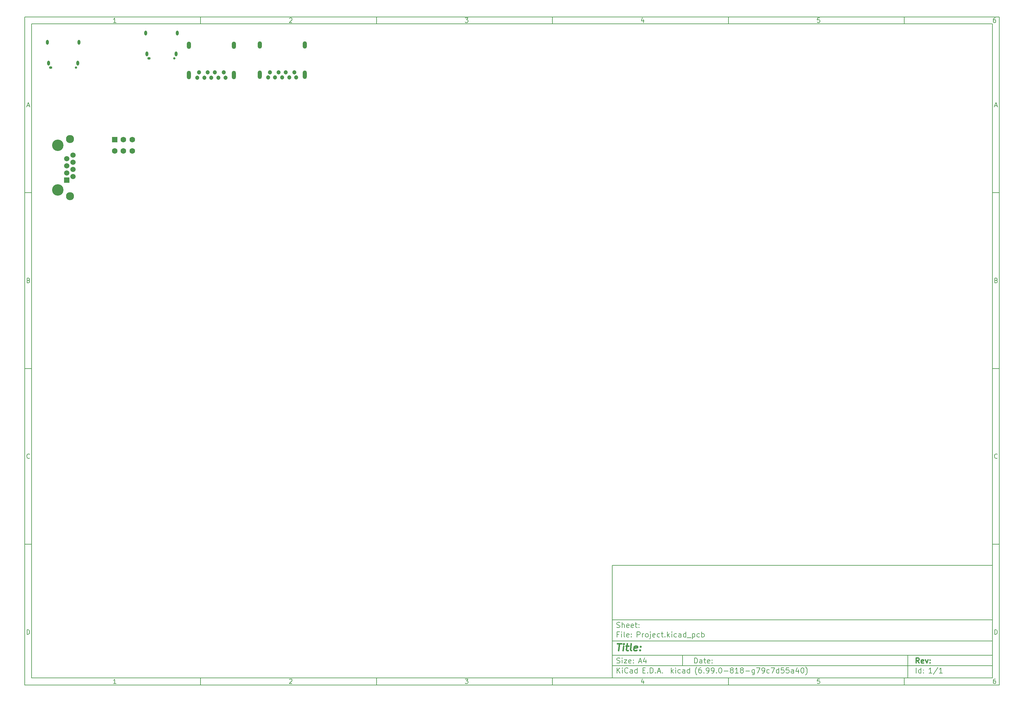
<source format=gbr>
%TF.GenerationSoftware,KiCad,Pcbnew,(6.99.0-818-g79c7d55a40)*%
%TF.CreationDate,2022-02-14T22:26:38+08:00*%
%TF.ProjectId,Project,50726f6a-6563-4742-9e6b-696361645f70,rev?*%
%TF.SameCoordinates,Original*%
%TF.FileFunction,Soldermask,Bot*%
%TF.FilePolarity,Negative*%
%FSLAX46Y46*%
G04 Gerber Fmt 4.6, Leading zero omitted, Abs format (unit mm)*
G04 Created by KiCad (PCBNEW (6.99.0-818-g79c7d55a40)) date 2022-02-14 22:26:38*
%MOMM*%
%LPD*%
G01*
G04 APERTURE LIST*
%ADD10C,0.100000*%
%ADD11C,0.150000*%
%ADD12C,0.300000*%
%ADD13C,0.400000*%
%ADD14O,0.950000X0.650000*%
%ADD15C,0.650000*%
%ADD16O,0.800000X1.400000*%
%ADD17R,1.600000X1.600000*%
%ADD18C,1.600000*%
%ADD19C,1.200000*%
%ADD20O,1.200000X2.400000*%
%ADD21O,1.200000X2.100000*%
%ADD22C,3.250000*%
%ADD23R,1.500000X1.500000*%
%ADD24C,1.500000*%
%ADD25C,2.300000*%
G04 APERTURE END LIST*
D10*
D11*
X177002200Y-166007200D02*
X177002200Y-198007200D01*
X285002200Y-198007200D01*
X285002200Y-166007200D01*
X177002200Y-166007200D01*
D10*
D11*
X10000000Y-10000000D02*
X10000000Y-200007200D01*
X287002200Y-200007200D01*
X287002200Y-10000000D01*
X10000000Y-10000000D01*
D10*
D11*
X12000000Y-12000000D02*
X12000000Y-198007200D01*
X285002200Y-198007200D01*
X285002200Y-12000000D01*
X12000000Y-12000000D01*
D10*
D11*
X60000000Y-12000000D02*
X60000000Y-10000000D01*
D10*
D11*
X110000000Y-12000000D02*
X110000000Y-10000000D01*
D10*
D11*
X160000000Y-12000000D02*
X160000000Y-10000000D01*
D10*
D11*
X210000000Y-12000000D02*
X210000000Y-10000000D01*
D10*
D11*
X260000000Y-12000000D02*
X260000000Y-10000000D01*
D10*
D11*
X35990476Y-11588095D02*
X35247619Y-11588095D01*
X35619047Y-11588095D02*
X35619047Y-10288095D01*
X35619047Y-10288095D02*
X35495238Y-10473809D01*
X35495238Y-10473809D02*
X35371428Y-10597619D01*
X35371428Y-10597619D02*
X35247619Y-10659523D01*
D10*
D11*
X85247619Y-10411904D02*
X85309523Y-10350000D01*
X85309523Y-10350000D02*
X85433333Y-10288095D01*
X85433333Y-10288095D02*
X85742857Y-10288095D01*
X85742857Y-10288095D02*
X85866666Y-10350000D01*
X85866666Y-10350000D02*
X85928571Y-10411904D01*
X85928571Y-10411904D02*
X85990476Y-10535714D01*
X85990476Y-10535714D02*
X85990476Y-10659523D01*
X85990476Y-10659523D02*
X85928571Y-10845238D01*
X85928571Y-10845238D02*
X85185714Y-11588095D01*
X85185714Y-11588095D02*
X85990476Y-11588095D01*
D10*
D11*
X135185714Y-10288095D02*
X135990476Y-10288095D01*
X135990476Y-10288095D02*
X135557142Y-10783333D01*
X135557142Y-10783333D02*
X135742857Y-10783333D01*
X135742857Y-10783333D02*
X135866666Y-10845238D01*
X135866666Y-10845238D02*
X135928571Y-10907142D01*
X135928571Y-10907142D02*
X135990476Y-11030952D01*
X135990476Y-11030952D02*
X135990476Y-11340476D01*
X135990476Y-11340476D02*
X135928571Y-11464285D01*
X135928571Y-11464285D02*
X135866666Y-11526190D01*
X135866666Y-11526190D02*
X135742857Y-11588095D01*
X135742857Y-11588095D02*
X135371428Y-11588095D01*
X135371428Y-11588095D02*
X135247619Y-11526190D01*
X135247619Y-11526190D02*
X135185714Y-11464285D01*
D10*
D11*
X185866666Y-10721428D02*
X185866666Y-11588095D01*
X185557142Y-10226190D02*
X185247619Y-11154761D01*
X185247619Y-11154761D02*
X186052380Y-11154761D01*
D10*
D11*
X235928571Y-10288095D02*
X235309523Y-10288095D01*
X235309523Y-10288095D02*
X235247619Y-10907142D01*
X235247619Y-10907142D02*
X235309523Y-10845238D01*
X235309523Y-10845238D02*
X235433333Y-10783333D01*
X235433333Y-10783333D02*
X235742857Y-10783333D01*
X235742857Y-10783333D02*
X235866666Y-10845238D01*
X235866666Y-10845238D02*
X235928571Y-10907142D01*
X235928571Y-10907142D02*
X235990476Y-11030952D01*
X235990476Y-11030952D02*
X235990476Y-11340476D01*
X235990476Y-11340476D02*
X235928571Y-11464285D01*
X235928571Y-11464285D02*
X235866666Y-11526190D01*
X235866666Y-11526190D02*
X235742857Y-11588095D01*
X235742857Y-11588095D02*
X235433333Y-11588095D01*
X235433333Y-11588095D02*
X235309523Y-11526190D01*
X235309523Y-11526190D02*
X235247619Y-11464285D01*
D10*
D11*
X285866666Y-10288095D02*
X285619047Y-10288095D01*
X285619047Y-10288095D02*
X285495238Y-10350000D01*
X285495238Y-10350000D02*
X285433333Y-10411904D01*
X285433333Y-10411904D02*
X285309523Y-10597619D01*
X285309523Y-10597619D02*
X285247619Y-10845238D01*
X285247619Y-10845238D02*
X285247619Y-11340476D01*
X285247619Y-11340476D02*
X285309523Y-11464285D01*
X285309523Y-11464285D02*
X285371428Y-11526190D01*
X285371428Y-11526190D02*
X285495238Y-11588095D01*
X285495238Y-11588095D02*
X285742857Y-11588095D01*
X285742857Y-11588095D02*
X285866666Y-11526190D01*
X285866666Y-11526190D02*
X285928571Y-11464285D01*
X285928571Y-11464285D02*
X285990476Y-11340476D01*
X285990476Y-11340476D02*
X285990476Y-11030952D01*
X285990476Y-11030952D02*
X285928571Y-10907142D01*
X285928571Y-10907142D02*
X285866666Y-10845238D01*
X285866666Y-10845238D02*
X285742857Y-10783333D01*
X285742857Y-10783333D02*
X285495238Y-10783333D01*
X285495238Y-10783333D02*
X285371428Y-10845238D01*
X285371428Y-10845238D02*
X285309523Y-10907142D01*
X285309523Y-10907142D02*
X285247619Y-11030952D01*
D10*
D11*
X60000000Y-198007200D02*
X60000000Y-200007200D01*
D10*
D11*
X110000000Y-198007200D02*
X110000000Y-200007200D01*
D10*
D11*
X160000000Y-198007200D02*
X160000000Y-200007200D01*
D10*
D11*
X210000000Y-198007200D02*
X210000000Y-200007200D01*
D10*
D11*
X260000000Y-198007200D02*
X260000000Y-200007200D01*
D10*
D11*
X35990476Y-199595295D02*
X35247619Y-199595295D01*
X35619047Y-199595295D02*
X35619047Y-198295295D01*
X35619047Y-198295295D02*
X35495238Y-198481009D01*
X35495238Y-198481009D02*
X35371428Y-198604819D01*
X35371428Y-198604819D02*
X35247619Y-198666723D01*
D10*
D11*
X85247619Y-198419104D02*
X85309523Y-198357200D01*
X85309523Y-198357200D02*
X85433333Y-198295295D01*
X85433333Y-198295295D02*
X85742857Y-198295295D01*
X85742857Y-198295295D02*
X85866666Y-198357200D01*
X85866666Y-198357200D02*
X85928571Y-198419104D01*
X85928571Y-198419104D02*
X85990476Y-198542914D01*
X85990476Y-198542914D02*
X85990476Y-198666723D01*
X85990476Y-198666723D02*
X85928571Y-198852438D01*
X85928571Y-198852438D02*
X85185714Y-199595295D01*
X85185714Y-199595295D02*
X85990476Y-199595295D01*
D10*
D11*
X135185714Y-198295295D02*
X135990476Y-198295295D01*
X135990476Y-198295295D02*
X135557142Y-198790533D01*
X135557142Y-198790533D02*
X135742857Y-198790533D01*
X135742857Y-198790533D02*
X135866666Y-198852438D01*
X135866666Y-198852438D02*
X135928571Y-198914342D01*
X135928571Y-198914342D02*
X135990476Y-199038152D01*
X135990476Y-199038152D02*
X135990476Y-199347676D01*
X135990476Y-199347676D02*
X135928571Y-199471485D01*
X135928571Y-199471485D02*
X135866666Y-199533390D01*
X135866666Y-199533390D02*
X135742857Y-199595295D01*
X135742857Y-199595295D02*
X135371428Y-199595295D01*
X135371428Y-199595295D02*
X135247619Y-199533390D01*
X135247619Y-199533390D02*
X135185714Y-199471485D01*
D10*
D11*
X185866666Y-198728628D02*
X185866666Y-199595295D01*
X185557142Y-198233390D02*
X185247619Y-199161961D01*
X185247619Y-199161961D02*
X186052380Y-199161961D01*
D10*
D11*
X235928571Y-198295295D02*
X235309523Y-198295295D01*
X235309523Y-198295295D02*
X235247619Y-198914342D01*
X235247619Y-198914342D02*
X235309523Y-198852438D01*
X235309523Y-198852438D02*
X235433333Y-198790533D01*
X235433333Y-198790533D02*
X235742857Y-198790533D01*
X235742857Y-198790533D02*
X235866666Y-198852438D01*
X235866666Y-198852438D02*
X235928571Y-198914342D01*
X235928571Y-198914342D02*
X235990476Y-199038152D01*
X235990476Y-199038152D02*
X235990476Y-199347676D01*
X235990476Y-199347676D02*
X235928571Y-199471485D01*
X235928571Y-199471485D02*
X235866666Y-199533390D01*
X235866666Y-199533390D02*
X235742857Y-199595295D01*
X235742857Y-199595295D02*
X235433333Y-199595295D01*
X235433333Y-199595295D02*
X235309523Y-199533390D01*
X235309523Y-199533390D02*
X235247619Y-199471485D01*
D10*
D11*
X285866666Y-198295295D02*
X285619047Y-198295295D01*
X285619047Y-198295295D02*
X285495238Y-198357200D01*
X285495238Y-198357200D02*
X285433333Y-198419104D01*
X285433333Y-198419104D02*
X285309523Y-198604819D01*
X285309523Y-198604819D02*
X285247619Y-198852438D01*
X285247619Y-198852438D02*
X285247619Y-199347676D01*
X285247619Y-199347676D02*
X285309523Y-199471485D01*
X285309523Y-199471485D02*
X285371428Y-199533390D01*
X285371428Y-199533390D02*
X285495238Y-199595295D01*
X285495238Y-199595295D02*
X285742857Y-199595295D01*
X285742857Y-199595295D02*
X285866666Y-199533390D01*
X285866666Y-199533390D02*
X285928571Y-199471485D01*
X285928571Y-199471485D02*
X285990476Y-199347676D01*
X285990476Y-199347676D02*
X285990476Y-199038152D01*
X285990476Y-199038152D02*
X285928571Y-198914342D01*
X285928571Y-198914342D02*
X285866666Y-198852438D01*
X285866666Y-198852438D02*
X285742857Y-198790533D01*
X285742857Y-198790533D02*
X285495238Y-198790533D01*
X285495238Y-198790533D02*
X285371428Y-198852438D01*
X285371428Y-198852438D02*
X285309523Y-198914342D01*
X285309523Y-198914342D02*
X285247619Y-199038152D01*
D10*
D11*
X10000000Y-60000000D02*
X12000000Y-60000000D01*
D10*
D11*
X10000000Y-110000000D02*
X12000000Y-110000000D01*
D10*
D11*
X10000000Y-160000000D02*
X12000000Y-160000000D01*
D10*
D11*
X10690476Y-35216666D02*
X11309523Y-35216666D01*
X10566666Y-35588095D02*
X10999999Y-34288095D01*
X10999999Y-34288095D02*
X11433333Y-35588095D01*
D10*
D11*
X11092857Y-84907142D02*
X11278571Y-84969047D01*
X11278571Y-84969047D02*
X11340476Y-85030952D01*
X11340476Y-85030952D02*
X11402380Y-85154761D01*
X11402380Y-85154761D02*
X11402380Y-85340476D01*
X11402380Y-85340476D02*
X11340476Y-85464285D01*
X11340476Y-85464285D02*
X11278571Y-85526190D01*
X11278571Y-85526190D02*
X11154761Y-85588095D01*
X11154761Y-85588095D02*
X10659523Y-85588095D01*
X10659523Y-85588095D02*
X10659523Y-84288095D01*
X10659523Y-84288095D02*
X11092857Y-84288095D01*
X11092857Y-84288095D02*
X11216666Y-84350000D01*
X11216666Y-84350000D02*
X11278571Y-84411904D01*
X11278571Y-84411904D02*
X11340476Y-84535714D01*
X11340476Y-84535714D02*
X11340476Y-84659523D01*
X11340476Y-84659523D02*
X11278571Y-84783333D01*
X11278571Y-84783333D02*
X11216666Y-84845238D01*
X11216666Y-84845238D02*
X11092857Y-84907142D01*
X11092857Y-84907142D02*
X10659523Y-84907142D01*
D10*
D11*
X11402380Y-135464285D02*
X11340476Y-135526190D01*
X11340476Y-135526190D02*
X11154761Y-135588095D01*
X11154761Y-135588095D02*
X11030952Y-135588095D01*
X11030952Y-135588095D02*
X10845238Y-135526190D01*
X10845238Y-135526190D02*
X10721428Y-135402380D01*
X10721428Y-135402380D02*
X10659523Y-135278571D01*
X10659523Y-135278571D02*
X10597619Y-135030952D01*
X10597619Y-135030952D02*
X10597619Y-134845238D01*
X10597619Y-134845238D02*
X10659523Y-134597619D01*
X10659523Y-134597619D02*
X10721428Y-134473809D01*
X10721428Y-134473809D02*
X10845238Y-134350000D01*
X10845238Y-134350000D02*
X11030952Y-134288095D01*
X11030952Y-134288095D02*
X11154761Y-134288095D01*
X11154761Y-134288095D02*
X11340476Y-134350000D01*
X11340476Y-134350000D02*
X11402380Y-134411904D01*
D10*
D11*
X10659523Y-185588095D02*
X10659523Y-184288095D01*
X10659523Y-184288095D02*
X10969047Y-184288095D01*
X10969047Y-184288095D02*
X11154761Y-184350000D01*
X11154761Y-184350000D02*
X11278571Y-184473809D01*
X11278571Y-184473809D02*
X11340476Y-184597619D01*
X11340476Y-184597619D02*
X11402380Y-184845238D01*
X11402380Y-184845238D02*
X11402380Y-185030952D01*
X11402380Y-185030952D02*
X11340476Y-185278571D01*
X11340476Y-185278571D02*
X11278571Y-185402380D01*
X11278571Y-185402380D02*
X11154761Y-185526190D01*
X11154761Y-185526190D02*
X10969047Y-185588095D01*
X10969047Y-185588095D02*
X10659523Y-185588095D01*
D10*
D11*
X287002200Y-60000000D02*
X285002200Y-60000000D01*
D10*
D11*
X287002200Y-110000000D02*
X285002200Y-110000000D01*
D10*
D11*
X287002200Y-160000000D02*
X285002200Y-160000000D01*
D10*
D11*
X285692676Y-35216666D02*
X286311723Y-35216666D01*
X285568866Y-35588095D02*
X286002199Y-34288095D01*
X286002199Y-34288095D02*
X286435533Y-35588095D01*
D10*
D11*
X286095057Y-84907142D02*
X286280771Y-84969047D01*
X286280771Y-84969047D02*
X286342676Y-85030952D01*
X286342676Y-85030952D02*
X286404580Y-85154761D01*
X286404580Y-85154761D02*
X286404580Y-85340476D01*
X286404580Y-85340476D02*
X286342676Y-85464285D01*
X286342676Y-85464285D02*
X286280771Y-85526190D01*
X286280771Y-85526190D02*
X286156961Y-85588095D01*
X286156961Y-85588095D02*
X285661723Y-85588095D01*
X285661723Y-85588095D02*
X285661723Y-84288095D01*
X285661723Y-84288095D02*
X286095057Y-84288095D01*
X286095057Y-84288095D02*
X286218866Y-84350000D01*
X286218866Y-84350000D02*
X286280771Y-84411904D01*
X286280771Y-84411904D02*
X286342676Y-84535714D01*
X286342676Y-84535714D02*
X286342676Y-84659523D01*
X286342676Y-84659523D02*
X286280771Y-84783333D01*
X286280771Y-84783333D02*
X286218866Y-84845238D01*
X286218866Y-84845238D02*
X286095057Y-84907142D01*
X286095057Y-84907142D02*
X285661723Y-84907142D01*
D10*
D11*
X286404580Y-135464285D02*
X286342676Y-135526190D01*
X286342676Y-135526190D02*
X286156961Y-135588095D01*
X286156961Y-135588095D02*
X286033152Y-135588095D01*
X286033152Y-135588095D02*
X285847438Y-135526190D01*
X285847438Y-135526190D02*
X285723628Y-135402380D01*
X285723628Y-135402380D02*
X285661723Y-135278571D01*
X285661723Y-135278571D02*
X285599819Y-135030952D01*
X285599819Y-135030952D02*
X285599819Y-134845238D01*
X285599819Y-134845238D02*
X285661723Y-134597619D01*
X285661723Y-134597619D02*
X285723628Y-134473809D01*
X285723628Y-134473809D02*
X285847438Y-134350000D01*
X285847438Y-134350000D02*
X286033152Y-134288095D01*
X286033152Y-134288095D02*
X286156961Y-134288095D01*
X286156961Y-134288095D02*
X286342676Y-134350000D01*
X286342676Y-134350000D02*
X286404580Y-134411904D01*
D10*
D11*
X285661723Y-185588095D02*
X285661723Y-184288095D01*
X285661723Y-184288095D02*
X285971247Y-184288095D01*
X285971247Y-184288095D02*
X286156961Y-184350000D01*
X286156961Y-184350000D02*
X286280771Y-184473809D01*
X286280771Y-184473809D02*
X286342676Y-184597619D01*
X286342676Y-184597619D02*
X286404580Y-184845238D01*
X286404580Y-184845238D02*
X286404580Y-185030952D01*
X286404580Y-185030952D02*
X286342676Y-185278571D01*
X286342676Y-185278571D02*
X286280771Y-185402380D01*
X286280771Y-185402380D02*
X286156961Y-185526190D01*
X286156961Y-185526190D02*
X285971247Y-185588095D01*
X285971247Y-185588095D02*
X285661723Y-185588095D01*
D10*
D11*
X200359342Y-193785771D02*
X200359342Y-192285771D01*
X200359342Y-192285771D02*
X200716485Y-192285771D01*
X200716485Y-192285771D02*
X200930771Y-192357200D01*
X200930771Y-192357200D02*
X201073628Y-192500057D01*
X201073628Y-192500057D02*
X201145057Y-192642914D01*
X201145057Y-192642914D02*
X201216485Y-192928628D01*
X201216485Y-192928628D02*
X201216485Y-193142914D01*
X201216485Y-193142914D02*
X201145057Y-193428628D01*
X201145057Y-193428628D02*
X201073628Y-193571485D01*
X201073628Y-193571485D02*
X200930771Y-193714342D01*
X200930771Y-193714342D02*
X200716485Y-193785771D01*
X200716485Y-193785771D02*
X200359342Y-193785771D01*
X202502200Y-193785771D02*
X202502200Y-193000057D01*
X202502200Y-193000057D02*
X202430771Y-192857200D01*
X202430771Y-192857200D02*
X202287914Y-192785771D01*
X202287914Y-192785771D02*
X202002200Y-192785771D01*
X202002200Y-192785771D02*
X201859342Y-192857200D01*
X202502200Y-193714342D02*
X202359342Y-193785771D01*
X202359342Y-193785771D02*
X202002200Y-193785771D01*
X202002200Y-193785771D02*
X201859342Y-193714342D01*
X201859342Y-193714342D02*
X201787914Y-193571485D01*
X201787914Y-193571485D02*
X201787914Y-193428628D01*
X201787914Y-193428628D02*
X201859342Y-193285771D01*
X201859342Y-193285771D02*
X202002200Y-193214342D01*
X202002200Y-193214342D02*
X202359342Y-193214342D01*
X202359342Y-193214342D02*
X202502200Y-193142914D01*
X203002200Y-192785771D02*
X203573628Y-192785771D01*
X203216485Y-192285771D02*
X203216485Y-193571485D01*
X203216485Y-193571485D02*
X203287914Y-193714342D01*
X203287914Y-193714342D02*
X203430771Y-193785771D01*
X203430771Y-193785771D02*
X203573628Y-193785771D01*
X204645057Y-193714342D02*
X204502200Y-193785771D01*
X204502200Y-193785771D02*
X204216486Y-193785771D01*
X204216486Y-193785771D02*
X204073628Y-193714342D01*
X204073628Y-193714342D02*
X204002200Y-193571485D01*
X204002200Y-193571485D02*
X204002200Y-193000057D01*
X204002200Y-193000057D02*
X204073628Y-192857200D01*
X204073628Y-192857200D02*
X204216486Y-192785771D01*
X204216486Y-192785771D02*
X204502200Y-192785771D01*
X204502200Y-192785771D02*
X204645057Y-192857200D01*
X204645057Y-192857200D02*
X204716486Y-193000057D01*
X204716486Y-193000057D02*
X204716486Y-193142914D01*
X204716486Y-193142914D02*
X204002200Y-193285771D01*
X205359342Y-193642914D02*
X205430771Y-193714342D01*
X205430771Y-193714342D02*
X205359342Y-193785771D01*
X205359342Y-193785771D02*
X205287914Y-193714342D01*
X205287914Y-193714342D02*
X205359342Y-193642914D01*
X205359342Y-193642914D02*
X205359342Y-193785771D01*
X205359342Y-192857200D02*
X205430771Y-192928628D01*
X205430771Y-192928628D02*
X205359342Y-193000057D01*
X205359342Y-193000057D02*
X205287914Y-192928628D01*
X205287914Y-192928628D02*
X205359342Y-192857200D01*
X205359342Y-192857200D02*
X205359342Y-193000057D01*
D10*
D11*
X177002200Y-194507200D02*
X285002200Y-194507200D01*
D10*
D11*
X178359342Y-196585771D02*
X178359342Y-195085771D01*
X179216485Y-196585771D02*
X178573628Y-195728628D01*
X179216485Y-195085771D02*
X178359342Y-195942914D01*
X179859342Y-196585771D02*
X179859342Y-195585771D01*
X179859342Y-195085771D02*
X179787914Y-195157200D01*
X179787914Y-195157200D02*
X179859342Y-195228628D01*
X179859342Y-195228628D02*
X179930771Y-195157200D01*
X179930771Y-195157200D02*
X179859342Y-195085771D01*
X179859342Y-195085771D02*
X179859342Y-195228628D01*
X181430771Y-196442914D02*
X181359343Y-196514342D01*
X181359343Y-196514342D02*
X181145057Y-196585771D01*
X181145057Y-196585771D02*
X181002200Y-196585771D01*
X181002200Y-196585771D02*
X180787914Y-196514342D01*
X180787914Y-196514342D02*
X180645057Y-196371485D01*
X180645057Y-196371485D02*
X180573628Y-196228628D01*
X180573628Y-196228628D02*
X180502200Y-195942914D01*
X180502200Y-195942914D02*
X180502200Y-195728628D01*
X180502200Y-195728628D02*
X180573628Y-195442914D01*
X180573628Y-195442914D02*
X180645057Y-195300057D01*
X180645057Y-195300057D02*
X180787914Y-195157200D01*
X180787914Y-195157200D02*
X181002200Y-195085771D01*
X181002200Y-195085771D02*
X181145057Y-195085771D01*
X181145057Y-195085771D02*
X181359343Y-195157200D01*
X181359343Y-195157200D02*
X181430771Y-195228628D01*
X182716486Y-196585771D02*
X182716486Y-195800057D01*
X182716486Y-195800057D02*
X182645057Y-195657200D01*
X182645057Y-195657200D02*
X182502200Y-195585771D01*
X182502200Y-195585771D02*
X182216486Y-195585771D01*
X182216486Y-195585771D02*
X182073628Y-195657200D01*
X182716486Y-196514342D02*
X182573628Y-196585771D01*
X182573628Y-196585771D02*
X182216486Y-196585771D01*
X182216486Y-196585771D02*
X182073628Y-196514342D01*
X182073628Y-196514342D02*
X182002200Y-196371485D01*
X182002200Y-196371485D02*
X182002200Y-196228628D01*
X182002200Y-196228628D02*
X182073628Y-196085771D01*
X182073628Y-196085771D02*
X182216486Y-196014342D01*
X182216486Y-196014342D02*
X182573628Y-196014342D01*
X182573628Y-196014342D02*
X182716486Y-195942914D01*
X184073629Y-196585771D02*
X184073629Y-195085771D01*
X184073629Y-196514342D02*
X183930771Y-196585771D01*
X183930771Y-196585771D02*
X183645057Y-196585771D01*
X183645057Y-196585771D02*
X183502200Y-196514342D01*
X183502200Y-196514342D02*
X183430771Y-196442914D01*
X183430771Y-196442914D02*
X183359343Y-196300057D01*
X183359343Y-196300057D02*
X183359343Y-195871485D01*
X183359343Y-195871485D02*
X183430771Y-195728628D01*
X183430771Y-195728628D02*
X183502200Y-195657200D01*
X183502200Y-195657200D02*
X183645057Y-195585771D01*
X183645057Y-195585771D02*
X183930771Y-195585771D01*
X183930771Y-195585771D02*
X184073629Y-195657200D01*
X185687914Y-195800057D02*
X186187914Y-195800057D01*
X186402200Y-196585771D02*
X185687914Y-196585771D01*
X185687914Y-196585771D02*
X185687914Y-195085771D01*
X185687914Y-195085771D02*
X186402200Y-195085771D01*
X187045057Y-196442914D02*
X187116486Y-196514342D01*
X187116486Y-196514342D02*
X187045057Y-196585771D01*
X187045057Y-196585771D02*
X186973629Y-196514342D01*
X186973629Y-196514342D02*
X187045057Y-196442914D01*
X187045057Y-196442914D02*
X187045057Y-196585771D01*
X187759343Y-196585771D02*
X187759343Y-195085771D01*
X187759343Y-195085771D02*
X188116486Y-195085771D01*
X188116486Y-195085771D02*
X188330772Y-195157200D01*
X188330772Y-195157200D02*
X188473629Y-195300057D01*
X188473629Y-195300057D02*
X188545058Y-195442914D01*
X188545058Y-195442914D02*
X188616486Y-195728628D01*
X188616486Y-195728628D02*
X188616486Y-195942914D01*
X188616486Y-195942914D02*
X188545058Y-196228628D01*
X188545058Y-196228628D02*
X188473629Y-196371485D01*
X188473629Y-196371485D02*
X188330772Y-196514342D01*
X188330772Y-196514342D02*
X188116486Y-196585771D01*
X188116486Y-196585771D02*
X187759343Y-196585771D01*
X189259343Y-196442914D02*
X189330772Y-196514342D01*
X189330772Y-196514342D02*
X189259343Y-196585771D01*
X189259343Y-196585771D02*
X189187915Y-196514342D01*
X189187915Y-196514342D02*
X189259343Y-196442914D01*
X189259343Y-196442914D02*
X189259343Y-196585771D01*
X189902201Y-196157200D02*
X190616487Y-196157200D01*
X189759344Y-196585771D02*
X190259344Y-195085771D01*
X190259344Y-195085771D02*
X190759344Y-196585771D01*
X191259343Y-196442914D02*
X191330772Y-196514342D01*
X191330772Y-196514342D02*
X191259343Y-196585771D01*
X191259343Y-196585771D02*
X191187915Y-196514342D01*
X191187915Y-196514342D02*
X191259343Y-196442914D01*
X191259343Y-196442914D02*
X191259343Y-196585771D01*
X193773629Y-196585771D02*
X193773629Y-195085771D01*
X193916487Y-196014342D02*
X194345058Y-196585771D01*
X194345058Y-195585771D02*
X193773629Y-196157200D01*
X194987915Y-196585771D02*
X194987915Y-195585771D01*
X194987915Y-195085771D02*
X194916487Y-195157200D01*
X194916487Y-195157200D02*
X194987915Y-195228628D01*
X194987915Y-195228628D02*
X195059344Y-195157200D01*
X195059344Y-195157200D02*
X194987915Y-195085771D01*
X194987915Y-195085771D02*
X194987915Y-195228628D01*
X196345059Y-196514342D02*
X196202201Y-196585771D01*
X196202201Y-196585771D02*
X195916487Y-196585771D01*
X195916487Y-196585771D02*
X195773630Y-196514342D01*
X195773630Y-196514342D02*
X195702201Y-196442914D01*
X195702201Y-196442914D02*
X195630773Y-196300057D01*
X195630773Y-196300057D02*
X195630773Y-195871485D01*
X195630773Y-195871485D02*
X195702201Y-195728628D01*
X195702201Y-195728628D02*
X195773630Y-195657200D01*
X195773630Y-195657200D02*
X195916487Y-195585771D01*
X195916487Y-195585771D02*
X196202201Y-195585771D01*
X196202201Y-195585771D02*
X196345059Y-195657200D01*
X197630773Y-196585771D02*
X197630773Y-195800057D01*
X197630773Y-195800057D02*
X197559344Y-195657200D01*
X197559344Y-195657200D02*
X197416487Y-195585771D01*
X197416487Y-195585771D02*
X197130773Y-195585771D01*
X197130773Y-195585771D02*
X196987915Y-195657200D01*
X197630773Y-196514342D02*
X197487915Y-196585771D01*
X197487915Y-196585771D02*
X197130773Y-196585771D01*
X197130773Y-196585771D02*
X196987915Y-196514342D01*
X196987915Y-196514342D02*
X196916487Y-196371485D01*
X196916487Y-196371485D02*
X196916487Y-196228628D01*
X196916487Y-196228628D02*
X196987915Y-196085771D01*
X196987915Y-196085771D02*
X197130773Y-196014342D01*
X197130773Y-196014342D02*
X197487915Y-196014342D01*
X197487915Y-196014342D02*
X197630773Y-195942914D01*
X198987916Y-196585771D02*
X198987916Y-195085771D01*
X198987916Y-196514342D02*
X198845058Y-196585771D01*
X198845058Y-196585771D02*
X198559344Y-196585771D01*
X198559344Y-196585771D02*
X198416487Y-196514342D01*
X198416487Y-196514342D02*
X198345058Y-196442914D01*
X198345058Y-196442914D02*
X198273630Y-196300057D01*
X198273630Y-196300057D02*
X198273630Y-195871485D01*
X198273630Y-195871485D02*
X198345058Y-195728628D01*
X198345058Y-195728628D02*
X198416487Y-195657200D01*
X198416487Y-195657200D02*
X198559344Y-195585771D01*
X198559344Y-195585771D02*
X198845058Y-195585771D01*
X198845058Y-195585771D02*
X198987916Y-195657200D01*
X201030773Y-197157200D02*
X200959344Y-197085771D01*
X200959344Y-197085771D02*
X200816487Y-196871485D01*
X200816487Y-196871485D02*
X200745059Y-196728628D01*
X200745059Y-196728628D02*
X200673630Y-196514342D01*
X200673630Y-196514342D02*
X200602201Y-196157200D01*
X200602201Y-196157200D02*
X200602201Y-195871485D01*
X200602201Y-195871485D02*
X200673630Y-195514342D01*
X200673630Y-195514342D02*
X200745059Y-195300057D01*
X200745059Y-195300057D02*
X200816487Y-195157200D01*
X200816487Y-195157200D02*
X200959344Y-194942914D01*
X200959344Y-194942914D02*
X201030773Y-194871485D01*
X202245059Y-195085771D02*
X201959344Y-195085771D01*
X201959344Y-195085771D02*
X201816487Y-195157200D01*
X201816487Y-195157200D02*
X201745059Y-195228628D01*
X201745059Y-195228628D02*
X201602201Y-195442914D01*
X201602201Y-195442914D02*
X201530773Y-195728628D01*
X201530773Y-195728628D02*
X201530773Y-196300057D01*
X201530773Y-196300057D02*
X201602201Y-196442914D01*
X201602201Y-196442914D02*
X201673630Y-196514342D01*
X201673630Y-196514342D02*
X201816487Y-196585771D01*
X201816487Y-196585771D02*
X202102201Y-196585771D01*
X202102201Y-196585771D02*
X202245059Y-196514342D01*
X202245059Y-196514342D02*
X202316487Y-196442914D01*
X202316487Y-196442914D02*
X202387916Y-196300057D01*
X202387916Y-196300057D02*
X202387916Y-195942914D01*
X202387916Y-195942914D02*
X202316487Y-195800057D01*
X202316487Y-195800057D02*
X202245059Y-195728628D01*
X202245059Y-195728628D02*
X202102201Y-195657200D01*
X202102201Y-195657200D02*
X201816487Y-195657200D01*
X201816487Y-195657200D02*
X201673630Y-195728628D01*
X201673630Y-195728628D02*
X201602201Y-195800057D01*
X201602201Y-195800057D02*
X201530773Y-195942914D01*
X203030772Y-196442914D02*
X203102201Y-196514342D01*
X203102201Y-196514342D02*
X203030772Y-196585771D01*
X203030772Y-196585771D02*
X202959344Y-196514342D01*
X202959344Y-196514342D02*
X203030772Y-196442914D01*
X203030772Y-196442914D02*
X203030772Y-196585771D01*
X203816487Y-196585771D02*
X204102201Y-196585771D01*
X204102201Y-196585771D02*
X204245058Y-196514342D01*
X204245058Y-196514342D02*
X204316487Y-196442914D01*
X204316487Y-196442914D02*
X204459344Y-196228628D01*
X204459344Y-196228628D02*
X204530773Y-195942914D01*
X204530773Y-195942914D02*
X204530773Y-195371485D01*
X204530773Y-195371485D02*
X204459344Y-195228628D01*
X204459344Y-195228628D02*
X204387916Y-195157200D01*
X204387916Y-195157200D02*
X204245058Y-195085771D01*
X204245058Y-195085771D02*
X203959344Y-195085771D01*
X203959344Y-195085771D02*
X203816487Y-195157200D01*
X203816487Y-195157200D02*
X203745058Y-195228628D01*
X203745058Y-195228628D02*
X203673630Y-195371485D01*
X203673630Y-195371485D02*
X203673630Y-195728628D01*
X203673630Y-195728628D02*
X203745058Y-195871485D01*
X203745058Y-195871485D02*
X203816487Y-195942914D01*
X203816487Y-195942914D02*
X203959344Y-196014342D01*
X203959344Y-196014342D02*
X204245058Y-196014342D01*
X204245058Y-196014342D02*
X204387916Y-195942914D01*
X204387916Y-195942914D02*
X204459344Y-195871485D01*
X204459344Y-195871485D02*
X204530773Y-195728628D01*
X205245058Y-196585771D02*
X205530772Y-196585771D01*
X205530772Y-196585771D02*
X205673629Y-196514342D01*
X205673629Y-196514342D02*
X205745058Y-196442914D01*
X205745058Y-196442914D02*
X205887915Y-196228628D01*
X205887915Y-196228628D02*
X205959344Y-195942914D01*
X205959344Y-195942914D02*
X205959344Y-195371485D01*
X205959344Y-195371485D02*
X205887915Y-195228628D01*
X205887915Y-195228628D02*
X205816487Y-195157200D01*
X205816487Y-195157200D02*
X205673629Y-195085771D01*
X205673629Y-195085771D02*
X205387915Y-195085771D01*
X205387915Y-195085771D02*
X205245058Y-195157200D01*
X205245058Y-195157200D02*
X205173629Y-195228628D01*
X205173629Y-195228628D02*
X205102201Y-195371485D01*
X205102201Y-195371485D02*
X205102201Y-195728628D01*
X205102201Y-195728628D02*
X205173629Y-195871485D01*
X205173629Y-195871485D02*
X205245058Y-195942914D01*
X205245058Y-195942914D02*
X205387915Y-196014342D01*
X205387915Y-196014342D02*
X205673629Y-196014342D01*
X205673629Y-196014342D02*
X205816487Y-195942914D01*
X205816487Y-195942914D02*
X205887915Y-195871485D01*
X205887915Y-195871485D02*
X205959344Y-195728628D01*
X206602200Y-196442914D02*
X206673629Y-196514342D01*
X206673629Y-196514342D02*
X206602200Y-196585771D01*
X206602200Y-196585771D02*
X206530772Y-196514342D01*
X206530772Y-196514342D02*
X206602200Y-196442914D01*
X206602200Y-196442914D02*
X206602200Y-196585771D01*
X207602201Y-195085771D02*
X207745058Y-195085771D01*
X207745058Y-195085771D02*
X207887915Y-195157200D01*
X207887915Y-195157200D02*
X207959344Y-195228628D01*
X207959344Y-195228628D02*
X208030772Y-195371485D01*
X208030772Y-195371485D02*
X208102201Y-195657200D01*
X208102201Y-195657200D02*
X208102201Y-196014342D01*
X208102201Y-196014342D02*
X208030772Y-196300057D01*
X208030772Y-196300057D02*
X207959344Y-196442914D01*
X207959344Y-196442914D02*
X207887915Y-196514342D01*
X207887915Y-196514342D02*
X207745058Y-196585771D01*
X207745058Y-196585771D02*
X207602201Y-196585771D01*
X207602201Y-196585771D02*
X207459344Y-196514342D01*
X207459344Y-196514342D02*
X207387915Y-196442914D01*
X207387915Y-196442914D02*
X207316486Y-196300057D01*
X207316486Y-196300057D02*
X207245058Y-196014342D01*
X207245058Y-196014342D02*
X207245058Y-195657200D01*
X207245058Y-195657200D02*
X207316486Y-195371485D01*
X207316486Y-195371485D02*
X207387915Y-195228628D01*
X207387915Y-195228628D02*
X207459344Y-195157200D01*
X207459344Y-195157200D02*
X207602201Y-195085771D01*
X208745057Y-196014342D02*
X209887915Y-196014342D01*
X210816486Y-195728628D02*
X210673629Y-195657200D01*
X210673629Y-195657200D02*
X210602200Y-195585771D01*
X210602200Y-195585771D02*
X210530772Y-195442914D01*
X210530772Y-195442914D02*
X210530772Y-195371485D01*
X210530772Y-195371485D02*
X210602200Y-195228628D01*
X210602200Y-195228628D02*
X210673629Y-195157200D01*
X210673629Y-195157200D02*
X210816486Y-195085771D01*
X210816486Y-195085771D02*
X211102200Y-195085771D01*
X211102200Y-195085771D02*
X211245058Y-195157200D01*
X211245058Y-195157200D02*
X211316486Y-195228628D01*
X211316486Y-195228628D02*
X211387915Y-195371485D01*
X211387915Y-195371485D02*
X211387915Y-195442914D01*
X211387915Y-195442914D02*
X211316486Y-195585771D01*
X211316486Y-195585771D02*
X211245058Y-195657200D01*
X211245058Y-195657200D02*
X211102200Y-195728628D01*
X211102200Y-195728628D02*
X210816486Y-195728628D01*
X210816486Y-195728628D02*
X210673629Y-195800057D01*
X210673629Y-195800057D02*
X210602200Y-195871485D01*
X210602200Y-195871485D02*
X210530772Y-196014342D01*
X210530772Y-196014342D02*
X210530772Y-196300057D01*
X210530772Y-196300057D02*
X210602200Y-196442914D01*
X210602200Y-196442914D02*
X210673629Y-196514342D01*
X210673629Y-196514342D02*
X210816486Y-196585771D01*
X210816486Y-196585771D02*
X211102200Y-196585771D01*
X211102200Y-196585771D02*
X211245058Y-196514342D01*
X211245058Y-196514342D02*
X211316486Y-196442914D01*
X211316486Y-196442914D02*
X211387915Y-196300057D01*
X211387915Y-196300057D02*
X211387915Y-196014342D01*
X211387915Y-196014342D02*
X211316486Y-195871485D01*
X211316486Y-195871485D02*
X211245058Y-195800057D01*
X211245058Y-195800057D02*
X211102200Y-195728628D01*
X212816486Y-196585771D02*
X211959343Y-196585771D01*
X212387914Y-196585771D02*
X212387914Y-195085771D01*
X212387914Y-195085771D02*
X212245057Y-195300057D01*
X212245057Y-195300057D02*
X212102200Y-195442914D01*
X212102200Y-195442914D02*
X211959343Y-195514342D01*
X213673628Y-195728628D02*
X213530771Y-195657200D01*
X213530771Y-195657200D02*
X213459342Y-195585771D01*
X213459342Y-195585771D02*
X213387914Y-195442914D01*
X213387914Y-195442914D02*
X213387914Y-195371485D01*
X213387914Y-195371485D02*
X213459342Y-195228628D01*
X213459342Y-195228628D02*
X213530771Y-195157200D01*
X213530771Y-195157200D02*
X213673628Y-195085771D01*
X213673628Y-195085771D02*
X213959342Y-195085771D01*
X213959342Y-195085771D02*
X214102200Y-195157200D01*
X214102200Y-195157200D02*
X214173628Y-195228628D01*
X214173628Y-195228628D02*
X214245057Y-195371485D01*
X214245057Y-195371485D02*
X214245057Y-195442914D01*
X214245057Y-195442914D02*
X214173628Y-195585771D01*
X214173628Y-195585771D02*
X214102200Y-195657200D01*
X214102200Y-195657200D02*
X213959342Y-195728628D01*
X213959342Y-195728628D02*
X213673628Y-195728628D01*
X213673628Y-195728628D02*
X213530771Y-195800057D01*
X213530771Y-195800057D02*
X213459342Y-195871485D01*
X213459342Y-195871485D02*
X213387914Y-196014342D01*
X213387914Y-196014342D02*
X213387914Y-196300057D01*
X213387914Y-196300057D02*
X213459342Y-196442914D01*
X213459342Y-196442914D02*
X213530771Y-196514342D01*
X213530771Y-196514342D02*
X213673628Y-196585771D01*
X213673628Y-196585771D02*
X213959342Y-196585771D01*
X213959342Y-196585771D02*
X214102200Y-196514342D01*
X214102200Y-196514342D02*
X214173628Y-196442914D01*
X214173628Y-196442914D02*
X214245057Y-196300057D01*
X214245057Y-196300057D02*
X214245057Y-196014342D01*
X214245057Y-196014342D02*
X214173628Y-195871485D01*
X214173628Y-195871485D02*
X214102200Y-195800057D01*
X214102200Y-195800057D02*
X213959342Y-195728628D01*
X214887913Y-196014342D02*
X216030771Y-196014342D01*
X217387914Y-195585771D02*
X217387914Y-196800057D01*
X217387914Y-196800057D02*
X217316485Y-196942914D01*
X217316485Y-196942914D02*
X217245056Y-197014342D01*
X217245056Y-197014342D02*
X217102199Y-197085771D01*
X217102199Y-197085771D02*
X216887914Y-197085771D01*
X216887914Y-197085771D02*
X216745056Y-197014342D01*
X217387914Y-196514342D02*
X217245056Y-196585771D01*
X217245056Y-196585771D02*
X216959342Y-196585771D01*
X216959342Y-196585771D02*
X216816485Y-196514342D01*
X216816485Y-196514342D02*
X216745056Y-196442914D01*
X216745056Y-196442914D02*
X216673628Y-196300057D01*
X216673628Y-196300057D02*
X216673628Y-195871485D01*
X216673628Y-195871485D02*
X216745056Y-195728628D01*
X216745056Y-195728628D02*
X216816485Y-195657200D01*
X216816485Y-195657200D02*
X216959342Y-195585771D01*
X216959342Y-195585771D02*
X217245056Y-195585771D01*
X217245056Y-195585771D02*
X217387914Y-195657200D01*
X217959342Y-195085771D02*
X218959342Y-195085771D01*
X218959342Y-195085771D02*
X218316485Y-196585771D01*
X219602199Y-196585771D02*
X219887913Y-196585771D01*
X219887913Y-196585771D02*
X220030770Y-196514342D01*
X220030770Y-196514342D02*
X220102199Y-196442914D01*
X220102199Y-196442914D02*
X220245056Y-196228628D01*
X220245056Y-196228628D02*
X220316485Y-195942914D01*
X220316485Y-195942914D02*
X220316485Y-195371485D01*
X220316485Y-195371485D02*
X220245056Y-195228628D01*
X220245056Y-195228628D02*
X220173628Y-195157200D01*
X220173628Y-195157200D02*
X220030770Y-195085771D01*
X220030770Y-195085771D02*
X219745056Y-195085771D01*
X219745056Y-195085771D02*
X219602199Y-195157200D01*
X219602199Y-195157200D02*
X219530770Y-195228628D01*
X219530770Y-195228628D02*
X219459342Y-195371485D01*
X219459342Y-195371485D02*
X219459342Y-195728628D01*
X219459342Y-195728628D02*
X219530770Y-195871485D01*
X219530770Y-195871485D02*
X219602199Y-195942914D01*
X219602199Y-195942914D02*
X219745056Y-196014342D01*
X219745056Y-196014342D02*
X220030770Y-196014342D01*
X220030770Y-196014342D02*
X220173628Y-195942914D01*
X220173628Y-195942914D02*
X220245056Y-195871485D01*
X220245056Y-195871485D02*
X220316485Y-195728628D01*
X221602199Y-196514342D02*
X221459341Y-196585771D01*
X221459341Y-196585771D02*
X221173627Y-196585771D01*
X221173627Y-196585771D02*
X221030770Y-196514342D01*
X221030770Y-196514342D02*
X220959341Y-196442914D01*
X220959341Y-196442914D02*
X220887913Y-196300057D01*
X220887913Y-196300057D02*
X220887913Y-195871485D01*
X220887913Y-195871485D02*
X220959341Y-195728628D01*
X220959341Y-195728628D02*
X221030770Y-195657200D01*
X221030770Y-195657200D02*
X221173627Y-195585771D01*
X221173627Y-195585771D02*
X221459341Y-195585771D01*
X221459341Y-195585771D02*
X221602199Y-195657200D01*
X222102198Y-195085771D02*
X223102198Y-195085771D01*
X223102198Y-195085771D02*
X222459341Y-196585771D01*
X224316484Y-196585771D02*
X224316484Y-195085771D01*
X224316484Y-196514342D02*
X224173626Y-196585771D01*
X224173626Y-196585771D02*
X223887912Y-196585771D01*
X223887912Y-196585771D02*
X223745055Y-196514342D01*
X223745055Y-196514342D02*
X223673626Y-196442914D01*
X223673626Y-196442914D02*
X223602198Y-196300057D01*
X223602198Y-196300057D02*
X223602198Y-195871485D01*
X223602198Y-195871485D02*
X223673626Y-195728628D01*
X223673626Y-195728628D02*
X223745055Y-195657200D01*
X223745055Y-195657200D02*
X223887912Y-195585771D01*
X223887912Y-195585771D02*
X224173626Y-195585771D01*
X224173626Y-195585771D02*
X224316484Y-195657200D01*
X225745055Y-195085771D02*
X225030769Y-195085771D01*
X225030769Y-195085771D02*
X224959341Y-195800057D01*
X224959341Y-195800057D02*
X225030769Y-195728628D01*
X225030769Y-195728628D02*
X225173627Y-195657200D01*
X225173627Y-195657200D02*
X225530769Y-195657200D01*
X225530769Y-195657200D02*
X225673627Y-195728628D01*
X225673627Y-195728628D02*
X225745055Y-195800057D01*
X225745055Y-195800057D02*
X225816484Y-195942914D01*
X225816484Y-195942914D02*
X225816484Y-196300057D01*
X225816484Y-196300057D02*
X225745055Y-196442914D01*
X225745055Y-196442914D02*
X225673627Y-196514342D01*
X225673627Y-196514342D02*
X225530769Y-196585771D01*
X225530769Y-196585771D02*
X225173627Y-196585771D01*
X225173627Y-196585771D02*
X225030769Y-196514342D01*
X225030769Y-196514342D02*
X224959341Y-196442914D01*
X227173626Y-195085771D02*
X226459340Y-195085771D01*
X226459340Y-195085771D02*
X226387912Y-195800057D01*
X226387912Y-195800057D02*
X226459340Y-195728628D01*
X226459340Y-195728628D02*
X226602198Y-195657200D01*
X226602198Y-195657200D02*
X226959340Y-195657200D01*
X226959340Y-195657200D02*
X227102198Y-195728628D01*
X227102198Y-195728628D02*
X227173626Y-195800057D01*
X227173626Y-195800057D02*
X227245055Y-195942914D01*
X227245055Y-195942914D02*
X227245055Y-196300057D01*
X227245055Y-196300057D02*
X227173626Y-196442914D01*
X227173626Y-196442914D02*
X227102198Y-196514342D01*
X227102198Y-196514342D02*
X226959340Y-196585771D01*
X226959340Y-196585771D02*
X226602198Y-196585771D01*
X226602198Y-196585771D02*
X226459340Y-196514342D01*
X226459340Y-196514342D02*
X226387912Y-196442914D01*
X228530769Y-196585771D02*
X228530769Y-195800057D01*
X228530769Y-195800057D02*
X228459340Y-195657200D01*
X228459340Y-195657200D02*
X228316483Y-195585771D01*
X228316483Y-195585771D02*
X228030769Y-195585771D01*
X228030769Y-195585771D02*
X227887911Y-195657200D01*
X228530769Y-196514342D02*
X228387911Y-196585771D01*
X228387911Y-196585771D02*
X228030769Y-196585771D01*
X228030769Y-196585771D02*
X227887911Y-196514342D01*
X227887911Y-196514342D02*
X227816483Y-196371485D01*
X227816483Y-196371485D02*
X227816483Y-196228628D01*
X227816483Y-196228628D02*
X227887911Y-196085771D01*
X227887911Y-196085771D02*
X228030769Y-196014342D01*
X228030769Y-196014342D02*
X228387911Y-196014342D01*
X228387911Y-196014342D02*
X228530769Y-195942914D01*
X229887912Y-195585771D02*
X229887912Y-196585771D01*
X229530769Y-195014342D02*
X229173626Y-196085771D01*
X229173626Y-196085771D02*
X230102197Y-196085771D01*
X230959340Y-195085771D02*
X231102197Y-195085771D01*
X231102197Y-195085771D02*
X231245054Y-195157200D01*
X231245054Y-195157200D02*
X231316483Y-195228628D01*
X231316483Y-195228628D02*
X231387911Y-195371485D01*
X231387911Y-195371485D02*
X231459340Y-195657200D01*
X231459340Y-195657200D02*
X231459340Y-196014342D01*
X231459340Y-196014342D02*
X231387911Y-196300057D01*
X231387911Y-196300057D02*
X231316483Y-196442914D01*
X231316483Y-196442914D02*
X231245054Y-196514342D01*
X231245054Y-196514342D02*
X231102197Y-196585771D01*
X231102197Y-196585771D02*
X230959340Y-196585771D01*
X230959340Y-196585771D02*
X230816483Y-196514342D01*
X230816483Y-196514342D02*
X230745054Y-196442914D01*
X230745054Y-196442914D02*
X230673625Y-196300057D01*
X230673625Y-196300057D02*
X230602197Y-196014342D01*
X230602197Y-196014342D02*
X230602197Y-195657200D01*
X230602197Y-195657200D02*
X230673625Y-195371485D01*
X230673625Y-195371485D02*
X230745054Y-195228628D01*
X230745054Y-195228628D02*
X230816483Y-195157200D01*
X230816483Y-195157200D02*
X230959340Y-195085771D01*
X231959339Y-197157200D02*
X232030768Y-197085771D01*
X232030768Y-197085771D02*
X232173625Y-196871485D01*
X232173625Y-196871485D02*
X232245054Y-196728628D01*
X232245054Y-196728628D02*
X232316482Y-196514342D01*
X232316482Y-196514342D02*
X232387911Y-196157200D01*
X232387911Y-196157200D02*
X232387911Y-195871485D01*
X232387911Y-195871485D02*
X232316482Y-195514342D01*
X232316482Y-195514342D02*
X232245054Y-195300057D01*
X232245054Y-195300057D02*
X232173625Y-195157200D01*
X232173625Y-195157200D02*
X232030768Y-194942914D01*
X232030768Y-194942914D02*
X231959339Y-194871485D01*
D10*
D11*
X177002200Y-191507200D02*
X285002200Y-191507200D01*
D10*
D12*
X264216485Y-193785771D02*
X263716485Y-193071485D01*
X263359342Y-193785771D02*
X263359342Y-192285771D01*
X263359342Y-192285771D02*
X263930771Y-192285771D01*
X263930771Y-192285771D02*
X264073628Y-192357200D01*
X264073628Y-192357200D02*
X264145057Y-192428628D01*
X264145057Y-192428628D02*
X264216485Y-192571485D01*
X264216485Y-192571485D02*
X264216485Y-192785771D01*
X264216485Y-192785771D02*
X264145057Y-192928628D01*
X264145057Y-192928628D02*
X264073628Y-193000057D01*
X264073628Y-193000057D02*
X263930771Y-193071485D01*
X263930771Y-193071485D02*
X263359342Y-193071485D01*
X265430771Y-193714342D02*
X265287914Y-193785771D01*
X265287914Y-193785771D02*
X265002200Y-193785771D01*
X265002200Y-193785771D02*
X264859342Y-193714342D01*
X264859342Y-193714342D02*
X264787914Y-193571485D01*
X264787914Y-193571485D02*
X264787914Y-193000057D01*
X264787914Y-193000057D02*
X264859342Y-192857200D01*
X264859342Y-192857200D02*
X265002200Y-192785771D01*
X265002200Y-192785771D02*
X265287914Y-192785771D01*
X265287914Y-192785771D02*
X265430771Y-192857200D01*
X265430771Y-192857200D02*
X265502200Y-193000057D01*
X265502200Y-193000057D02*
X265502200Y-193142914D01*
X265502200Y-193142914D02*
X264787914Y-193285771D01*
X266002199Y-192785771D02*
X266359342Y-193785771D01*
X266359342Y-193785771D02*
X266716485Y-192785771D01*
X267287913Y-193642914D02*
X267359342Y-193714342D01*
X267359342Y-193714342D02*
X267287913Y-193785771D01*
X267287913Y-193785771D02*
X267216485Y-193714342D01*
X267216485Y-193714342D02*
X267287913Y-193642914D01*
X267287913Y-193642914D02*
X267287913Y-193785771D01*
X267287913Y-192857200D02*
X267359342Y-192928628D01*
X267359342Y-192928628D02*
X267287913Y-193000057D01*
X267287913Y-193000057D02*
X267216485Y-192928628D01*
X267216485Y-192928628D02*
X267287913Y-192857200D01*
X267287913Y-192857200D02*
X267287913Y-193000057D01*
D10*
D11*
X178287914Y-193714342D02*
X178502200Y-193785771D01*
X178502200Y-193785771D02*
X178859342Y-193785771D01*
X178859342Y-193785771D02*
X179002200Y-193714342D01*
X179002200Y-193714342D02*
X179073628Y-193642914D01*
X179073628Y-193642914D02*
X179145057Y-193500057D01*
X179145057Y-193500057D02*
X179145057Y-193357200D01*
X179145057Y-193357200D02*
X179073628Y-193214342D01*
X179073628Y-193214342D02*
X179002200Y-193142914D01*
X179002200Y-193142914D02*
X178859342Y-193071485D01*
X178859342Y-193071485D02*
X178573628Y-193000057D01*
X178573628Y-193000057D02*
X178430771Y-192928628D01*
X178430771Y-192928628D02*
X178359342Y-192857200D01*
X178359342Y-192857200D02*
X178287914Y-192714342D01*
X178287914Y-192714342D02*
X178287914Y-192571485D01*
X178287914Y-192571485D02*
X178359342Y-192428628D01*
X178359342Y-192428628D02*
X178430771Y-192357200D01*
X178430771Y-192357200D02*
X178573628Y-192285771D01*
X178573628Y-192285771D02*
X178930771Y-192285771D01*
X178930771Y-192285771D02*
X179145057Y-192357200D01*
X179787913Y-193785771D02*
X179787913Y-192785771D01*
X179787913Y-192285771D02*
X179716485Y-192357200D01*
X179716485Y-192357200D02*
X179787913Y-192428628D01*
X179787913Y-192428628D02*
X179859342Y-192357200D01*
X179859342Y-192357200D02*
X179787913Y-192285771D01*
X179787913Y-192285771D02*
X179787913Y-192428628D01*
X180359342Y-192785771D02*
X181145057Y-192785771D01*
X181145057Y-192785771D02*
X180359342Y-193785771D01*
X180359342Y-193785771D02*
X181145057Y-193785771D01*
X182287914Y-193714342D02*
X182145057Y-193785771D01*
X182145057Y-193785771D02*
X181859343Y-193785771D01*
X181859343Y-193785771D02*
X181716485Y-193714342D01*
X181716485Y-193714342D02*
X181645057Y-193571485D01*
X181645057Y-193571485D02*
X181645057Y-193000057D01*
X181645057Y-193000057D02*
X181716485Y-192857200D01*
X181716485Y-192857200D02*
X181859343Y-192785771D01*
X181859343Y-192785771D02*
X182145057Y-192785771D01*
X182145057Y-192785771D02*
X182287914Y-192857200D01*
X182287914Y-192857200D02*
X182359343Y-193000057D01*
X182359343Y-193000057D02*
X182359343Y-193142914D01*
X182359343Y-193142914D02*
X181645057Y-193285771D01*
X183002199Y-193642914D02*
X183073628Y-193714342D01*
X183073628Y-193714342D02*
X183002199Y-193785771D01*
X183002199Y-193785771D02*
X182930771Y-193714342D01*
X182930771Y-193714342D02*
X183002199Y-193642914D01*
X183002199Y-193642914D02*
X183002199Y-193785771D01*
X183002199Y-192857200D02*
X183073628Y-192928628D01*
X183073628Y-192928628D02*
X183002199Y-193000057D01*
X183002199Y-193000057D02*
X182930771Y-192928628D01*
X182930771Y-192928628D02*
X183002199Y-192857200D01*
X183002199Y-192857200D02*
X183002199Y-193000057D01*
X184545057Y-193357200D02*
X185259343Y-193357200D01*
X184402200Y-193785771D02*
X184902200Y-192285771D01*
X184902200Y-192285771D02*
X185402200Y-193785771D01*
X186545057Y-192785771D02*
X186545057Y-193785771D01*
X186187914Y-192214342D02*
X185830771Y-193285771D01*
X185830771Y-193285771D02*
X186759342Y-193285771D01*
D10*
D11*
X263359342Y-196585771D02*
X263359342Y-195085771D01*
X264716486Y-196585771D02*
X264716486Y-195085771D01*
X264716486Y-196514342D02*
X264573628Y-196585771D01*
X264573628Y-196585771D02*
X264287914Y-196585771D01*
X264287914Y-196585771D02*
X264145057Y-196514342D01*
X264145057Y-196514342D02*
X264073628Y-196442914D01*
X264073628Y-196442914D02*
X264002200Y-196300057D01*
X264002200Y-196300057D02*
X264002200Y-195871485D01*
X264002200Y-195871485D02*
X264073628Y-195728628D01*
X264073628Y-195728628D02*
X264145057Y-195657200D01*
X264145057Y-195657200D02*
X264287914Y-195585771D01*
X264287914Y-195585771D02*
X264573628Y-195585771D01*
X264573628Y-195585771D02*
X264716486Y-195657200D01*
X265430771Y-196442914D02*
X265502200Y-196514342D01*
X265502200Y-196514342D02*
X265430771Y-196585771D01*
X265430771Y-196585771D02*
X265359343Y-196514342D01*
X265359343Y-196514342D02*
X265430771Y-196442914D01*
X265430771Y-196442914D02*
X265430771Y-196585771D01*
X265430771Y-195657200D02*
X265502200Y-195728628D01*
X265502200Y-195728628D02*
X265430771Y-195800057D01*
X265430771Y-195800057D02*
X265359343Y-195728628D01*
X265359343Y-195728628D02*
X265430771Y-195657200D01*
X265430771Y-195657200D02*
X265430771Y-195800057D01*
X267830772Y-196585771D02*
X266973629Y-196585771D01*
X267402200Y-196585771D02*
X267402200Y-195085771D01*
X267402200Y-195085771D02*
X267259343Y-195300057D01*
X267259343Y-195300057D02*
X267116486Y-195442914D01*
X267116486Y-195442914D02*
X266973629Y-195514342D01*
X269545057Y-195014342D02*
X268259343Y-196942914D01*
X270830772Y-196585771D02*
X269973629Y-196585771D01*
X270402200Y-196585771D02*
X270402200Y-195085771D01*
X270402200Y-195085771D02*
X270259343Y-195300057D01*
X270259343Y-195300057D02*
X270116486Y-195442914D01*
X270116486Y-195442914D02*
X269973629Y-195514342D01*
D10*
D11*
X177002200Y-187507200D02*
X285002200Y-187507200D01*
D10*
D13*
X178454580Y-188211961D02*
X179597438Y-188211961D01*
X178776009Y-190211961D02*
X179026009Y-188211961D01*
X180014105Y-190211961D02*
X180180771Y-188878628D01*
X180264105Y-188211961D02*
X180156962Y-188307200D01*
X180156962Y-188307200D02*
X180240295Y-188402438D01*
X180240295Y-188402438D02*
X180347438Y-188307200D01*
X180347438Y-188307200D02*
X180264105Y-188211961D01*
X180264105Y-188211961D02*
X180240295Y-188402438D01*
X180847438Y-188878628D02*
X181609343Y-188878628D01*
X181216486Y-188211961D02*
X181002200Y-189926247D01*
X181002200Y-189926247D02*
X181073629Y-190116723D01*
X181073629Y-190116723D02*
X181252200Y-190211961D01*
X181252200Y-190211961D02*
X181442676Y-190211961D01*
X182395057Y-190211961D02*
X182216486Y-190116723D01*
X182216486Y-190116723D02*
X182145057Y-189926247D01*
X182145057Y-189926247D02*
X182359343Y-188211961D01*
X183930771Y-190116723D02*
X183728390Y-190211961D01*
X183728390Y-190211961D02*
X183347438Y-190211961D01*
X183347438Y-190211961D02*
X183168867Y-190116723D01*
X183168867Y-190116723D02*
X183097438Y-189926247D01*
X183097438Y-189926247D02*
X183192676Y-189164342D01*
X183192676Y-189164342D02*
X183311724Y-188973866D01*
X183311724Y-188973866D02*
X183514105Y-188878628D01*
X183514105Y-188878628D02*
X183895057Y-188878628D01*
X183895057Y-188878628D02*
X184073628Y-188973866D01*
X184073628Y-188973866D02*
X184145057Y-189164342D01*
X184145057Y-189164342D02*
X184121247Y-189354819D01*
X184121247Y-189354819D02*
X183145057Y-189545295D01*
X184895057Y-190021485D02*
X184978391Y-190116723D01*
X184978391Y-190116723D02*
X184871248Y-190211961D01*
X184871248Y-190211961D02*
X184787914Y-190116723D01*
X184787914Y-190116723D02*
X184895057Y-190021485D01*
X184895057Y-190021485D02*
X184871248Y-190211961D01*
X185026010Y-188973866D02*
X185109343Y-189069104D01*
X185109343Y-189069104D02*
X185002200Y-189164342D01*
X185002200Y-189164342D02*
X184918867Y-189069104D01*
X184918867Y-189069104D02*
X185026010Y-188973866D01*
X185026010Y-188973866D02*
X185002200Y-189164342D01*
D10*
D11*
X178859342Y-185600057D02*
X178359342Y-185600057D01*
X178359342Y-186385771D02*
X178359342Y-184885771D01*
X178359342Y-184885771D02*
X179073628Y-184885771D01*
X179645056Y-186385771D02*
X179645056Y-185385771D01*
X179645056Y-184885771D02*
X179573628Y-184957200D01*
X179573628Y-184957200D02*
X179645056Y-185028628D01*
X179645056Y-185028628D02*
X179716485Y-184957200D01*
X179716485Y-184957200D02*
X179645056Y-184885771D01*
X179645056Y-184885771D02*
X179645056Y-185028628D01*
X180573628Y-186385771D02*
X180430771Y-186314342D01*
X180430771Y-186314342D02*
X180359342Y-186171485D01*
X180359342Y-186171485D02*
X180359342Y-184885771D01*
X181716485Y-186314342D02*
X181573628Y-186385771D01*
X181573628Y-186385771D02*
X181287914Y-186385771D01*
X181287914Y-186385771D02*
X181145056Y-186314342D01*
X181145056Y-186314342D02*
X181073628Y-186171485D01*
X181073628Y-186171485D02*
X181073628Y-185600057D01*
X181073628Y-185600057D02*
X181145056Y-185457200D01*
X181145056Y-185457200D02*
X181287914Y-185385771D01*
X181287914Y-185385771D02*
X181573628Y-185385771D01*
X181573628Y-185385771D02*
X181716485Y-185457200D01*
X181716485Y-185457200D02*
X181787914Y-185600057D01*
X181787914Y-185600057D02*
X181787914Y-185742914D01*
X181787914Y-185742914D02*
X181073628Y-185885771D01*
X182430770Y-186242914D02*
X182502199Y-186314342D01*
X182502199Y-186314342D02*
X182430770Y-186385771D01*
X182430770Y-186385771D02*
X182359342Y-186314342D01*
X182359342Y-186314342D02*
X182430770Y-186242914D01*
X182430770Y-186242914D02*
X182430770Y-186385771D01*
X182430770Y-185457200D02*
X182502199Y-185528628D01*
X182502199Y-185528628D02*
X182430770Y-185600057D01*
X182430770Y-185600057D02*
X182359342Y-185528628D01*
X182359342Y-185528628D02*
X182430770Y-185457200D01*
X182430770Y-185457200D02*
X182430770Y-185600057D01*
X184045056Y-186385771D02*
X184045056Y-184885771D01*
X184045056Y-184885771D02*
X184616485Y-184885771D01*
X184616485Y-184885771D02*
X184759342Y-184957200D01*
X184759342Y-184957200D02*
X184830771Y-185028628D01*
X184830771Y-185028628D02*
X184902199Y-185171485D01*
X184902199Y-185171485D02*
X184902199Y-185385771D01*
X184902199Y-185385771D02*
X184830771Y-185528628D01*
X184830771Y-185528628D02*
X184759342Y-185600057D01*
X184759342Y-185600057D02*
X184616485Y-185671485D01*
X184616485Y-185671485D02*
X184045056Y-185671485D01*
X185545056Y-186385771D02*
X185545056Y-185385771D01*
X185545056Y-185671485D02*
X185616485Y-185528628D01*
X185616485Y-185528628D02*
X185687914Y-185457200D01*
X185687914Y-185457200D02*
X185830771Y-185385771D01*
X185830771Y-185385771D02*
X185973628Y-185385771D01*
X186687913Y-186385771D02*
X186545056Y-186314342D01*
X186545056Y-186314342D02*
X186473627Y-186242914D01*
X186473627Y-186242914D02*
X186402199Y-186100057D01*
X186402199Y-186100057D02*
X186402199Y-185671485D01*
X186402199Y-185671485D02*
X186473627Y-185528628D01*
X186473627Y-185528628D02*
X186545056Y-185457200D01*
X186545056Y-185457200D02*
X186687913Y-185385771D01*
X186687913Y-185385771D02*
X186902199Y-185385771D01*
X186902199Y-185385771D02*
X187045056Y-185457200D01*
X187045056Y-185457200D02*
X187116485Y-185528628D01*
X187116485Y-185528628D02*
X187187913Y-185671485D01*
X187187913Y-185671485D02*
X187187913Y-186100057D01*
X187187913Y-186100057D02*
X187116485Y-186242914D01*
X187116485Y-186242914D02*
X187045056Y-186314342D01*
X187045056Y-186314342D02*
X186902199Y-186385771D01*
X186902199Y-186385771D02*
X186687913Y-186385771D01*
X187830770Y-185385771D02*
X187830770Y-186671485D01*
X187830770Y-186671485D02*
X187759342Y-186814342D01*
X187759342Y-186814342D02*
X187616485Y-186885771D01*
X187616485Y-186885771D02*
X187545056Y-186885771D01*
X187830770Y-184885771D02*
X187759342Y-184957200D01*
X187759342Y-184957200D02*
X187830770Y-185028628D01*
X187830770Y-185028628D02*
X187902199Y-184957200D01*
X187902199Y-184957200D02*
X187830770Y-184885771D01*
X187830770Y-184885771D02*
X187830770Y-185028628D01*
X189116485Y-186314342D02*
X188973628Y-186385771D01*
X188973628Y-186385771D02*
X188687914Y-186385771D01*
X188687914Y-186385771D02*
X188545056Y-186314342D01*
X188545056Y-186314342D02*
X188473628Y-186171485D01*
X188473628Y-186171485D02*
X188473628Y-185600057D01*
X188473628Y-185600057D02*
X188545056Y-185457200D01*
X188545056Y-185457200D02*
X188687914Y-185385771D01*
X188687914Y-185385771D02*
X188973628Y-185385771D01*
X188973628Y-185385771D02*
X189116485Y-185457200D01*
X189116485Y-185457200D02*
X189187914Y-185600057D01*
X189187914Y-185600057D02*
X189187914Y-185742914D01*
X189187914Y-185742914D02*
X188473628Y-185885771D01*
X190473628Y-186314342D02*
X190330770Y-186385771D01*
X190330770Y-186385771D02*
X190045056Y-186385771D01*
X190045056Y-186385771D02*
X189902199Y-186314342D01*
X189902199Y-186314342D02*
X189830770Y-186242914D01*
X189830770Y-186242914D02*
X189759342Y-186100057D01*
X189759342Y-186100057D02*
X189759342Y-185671485D01*
X189759342Y-185671485D02*
X189830770Y-185528628D01*
X189830770Y-185528628D02*
X189902199Y-185457200D01*
X189902199Y-185457200D02*
X190045056Y-185385771D01*
X190045056Y-185385771D02*
X190330770Y-185385771D01*
X190330770Y-185385771D02*
X190473628Y-185457200D01*
X190902199Y-185385771D02*
X191473627Y-185385771D01*
X191116484Y-184885771D02*
X191116484Y-186171485D01*
X191116484Y-186171485D02*
X191187913Y-186314342D01*
X191187913Y-186314342D02*
X191330770Y-186385771D01*
X191330770Y-186385771D02*
X191473627Y-186385771D01*
X191973627Y-186242914D02*
X192045056Y-186314342D01*
X192045056Y-186314342D02*
X191973627Y-186385771D01*
X191973627Y-186385771D02*
X191902199Y-186314342D01*
X191902199Y-186314342D02*
X191973627Y-186242914D01*
X191973627Y-186242914D02*
X191973627Y-186385771D01*
X192687913Y-186385771D02*
X192687913Y-184885771D01*
X192830771Y-185814342D02*
X193259342Y-186385771D01*
X193259342Y-185385771D02*
X192687913Y-185957200D01*
X193902199Y-186385771D02*
X193902199Y-185385771D01*
X193902199Y-184885771D02*
X193830771Y-184957200D01*
X193830771Y-184957200D02*
X193902199Y-185028628D01*
X193902199Y-185028628D02*
X193973628Y-184957200D01*
X193973628Y-184957200D02*
X193902199Y-184885771D01*
X193902199Y-184885771D02*
X193902199Y-185028628D01*
X195259343Y-186314342D02*
X195116485Y-186385771D01*
X195116485Y-186385771D02*
X194830771Y-186385771D01*
X194830771Y-186385771D02*
X194687914Y-186314342D01*
X194687914Y-186314342D02*
X194616485Y-186242914D01*
X194616485Y-186242914D02*
X194545057Y-186100057D01*
X194545057Y-186100057D02*
X194545057Y-185671485D01*
X194545057Y-185671485D02*
X194616485Y-185528628D01*
X194616485Y-185528628D02*
X194687914Y-185457200D01*
X194687914Y-185457200D02*
X194830771Y-185385771D01*
X194830771Y-185385771D02*
X195116485Y-185385771D01*
X195116485Y-185385771D02*
X195259343Y-185457200D01*
X196545057Y-186385771D02*
X196545057Y-185600057D01*
X196545057Y-185600057D02*
X196473628Y-185457200D01*
X196473628Y-185457200D02*
X196330771Y-185385771D01*
X196330771Y-185385771D02*
X196045057Y-185385771D01*
X196045057Y-185385771D02*
X195902199Y-185457200D01*
X196545057Y-186314342D02*
X196402199Y-186385771D01*
X196402199Y-186385771D02*
X196045057Y-186385771D01*
X196045057Y-186385771D02*
X195902199Y-186314342D01*
X195902199Y-186314342D02*
X195830771Y-186171485D01*
X195830771Y-186171485D02*
X195830771Y-186028628D01*
X195830771Y-186028628D02*
X195902199Y-185885771D01*
X195902199Y-185885771D02*
X196045057Y-185814342D01*
X196045057Y-185814342D02*
X196402199Y-185814342D01*
X196402199Y-185814342D02*
X196545057Y-185742914D01*
X197902200Y-186385771D02*
X197902200Y-184885771D01*
X197902200Y-186314342D02*
X197759342Y-186385771D01*
X197759342Y-186385771D02*
X197473628Y-186385771D01*
X197473628Y-186385771D02*
X197330771Y-186314342D01*
X197330771Y-186314342D02*
X197259342Y-186242914D01*
X197259342Y-186242914D02*
X197187914Y-186100057D01*
X197187914Y-186100057D02*
X197187914Y-185671485D01*
X197187914Y-185671485D02*
X197259342Y-185528628D01*
X197259342Y-185528628D02*
X197330771Y-185457200D01*
X197330771Y-185457200D02*
X197473628Y-185385771D01*
X197473628Y-185385771D02*
X197759342Y-185385771D01*
X197759342Y-185385771D02*
X197902200Y-185457200D01*
X198259343Y-186528628D02*
X199402200Y-186528628D01*
X199759342Y-185385771D02*
X199759342Y-186885771D01*
X199759342Y-185457200D02*
X199902200Y-185385771D01*
X199902200Y-185385771D02*
X200187914Y-185385771D01*
X200187914Y-185385771D02*
X200330771Y-185457200D01*
X200330771Y-185457200D02*
X200402200Y-185528628D01*
X200402200Y-185528628D02*
X200473628Y-185671485D01*
X200473628Y-185671485D02*
X200473628Y-186100057D01*
X200473628Y-186100057D02*
X200402200Y-186242914D01*
X200402200Y-186242914D02*
X200330771Y-186314342D01*
X200330771Y-186314342D02*
X200187914Y-186385771D01*
X200187914Y-186385771D02*
X199902200Y-186385771D01*
X199902200Y-186385771D02*
X199759342Y-186314342D01*
X201759343Y-186314342D02*
X201616485Y-186385771D01*
X201616485Y-186385771D02*
X201330771Y-186385771D01*
X201330771Y-186385771D02*
X201187914Y-186314342D01*
X201187914Y-186314342D02*
X201116485Y-186242914D01*
X201116485Y-186242914D02*
X201045057Y-186100057D01*
X201045057Y-186100057D02*
X201045057Y-185671485D01*
X201045057Y-185671485D02*
X201116485Y-185528628D01*
X201116485Y-185528628D02*
X201187914Y-185457200D01*
X201187914Y-185457200D02*
X201330771Y-185385771D01*
X201330771Y-185385771D02*
X201616485Y-185385771D01*
X201616485Y-185385771D02*
X201759343Y-185457200D01*
X202402199Y-186385771D02*
X202402199Y-184885771D01*
X202402199Y-185457200D02*
X202545057Y-185385771D01*
X202545057Y-185385771D02*
X202830771Y-185385771D01*
X202830771Y-185385771D02*
X202973628Y-185457200D01*
X202973628Y-185457200D02*
X203045057Y-185528628D01*
X203045057Y-185528628D02*
X203116485Y-185671485D01*
X203116485Y-185671485D02*
X203116485Y-186100057D01*
X203116485Y-186100057D02*
X203045057Y-186242914D01*
X203045057Y-186242914D02*
X202973628Y-186314342D01*
X202973628Y-186314342D02*
X202830771Y-186385771D01*
X202830771Y-186385771D02*
X202545057Y-186385771D01*
X202545057Y-186385771D02*
X202402199Y-186314342D01*
D10*
D11*
X177002200Y-181507200D02*
X285002200Y-181507200D01*
D10*
D11*
X178287914Y-183614342D02*
X178502200Y-183685771D01*
X178502200Y-183685771D02*
X178859342Y-183685771D01*
X178859342Y-183685771D02*
X179002200Y-183614342D01*
X179002200Y-183614342D02*
X179073628Y-183542914D01*
X179073628Y-183542914D02*
X179145057Y-183400057D01*
X179145057Y-183400057D02*
X179145057Y-183257200D01*
X179145057Y-183257200D02*
X179073628Y-183114342D01*
X179073628Y-183114342D02*
X179002200Y-183042914D01*
X179002200Y-183042914D02*
X178859342Y-182971485D01*
X178859342Y-182971485D02*
X178573628Y-182900057D01*
X178573628Y-182900057D02*
X178430771Y-182828628D01*
X178430771Y-182828628D02*
X178359342Y-182757200D01*
X178359342Y-182757200D02*
X178287914Y-182614342D01*
X178287914Y-182614342D02*
X178287914Y-182471485D01*
X178287914Y-182471485D02*
X178359342Y-182328628D01*
X178359342Y-182328628D02*
X178430771Y-182257200D01*
X178430771Y-182257200D02*
X178573628Y-182185771D01*
X178573628Y-182185771D02*
X178930771Y-182185771D01*
X178930771Y-182185771D02*
X179145057Y-182257200D01*
X179787913Y-183685771D02*
X179787913Y-182185771D01*
X180430771Y-183685771D02*
X180430771Y-182900057D01*
X180430771Y-182900057D02*
X180359342Y-182757200D01*
X180359342Y-182757200D02*
X180216485Y-182685771D01*
X180216485Y-182685771D02*
X180002199Y-182685771D01*
X180002199Y-182685771D02*
X179859342Y-182757200D01*
X179859342Y-182757200D02*
X179787913Y-182828628D01*
X181716485Y-183614342D02*
X181573628Y-183685771D01*
X181573628Y-183685771D02*
X181287914Y-183685771D01*
X181287914Y-183685771D02*
X181145056Y-183614342D01*
X181145056Y-183614342D02*
X181073628Y-183471485D01*
X181073628Y-183471485D02*
X181073628Y-182900057D01*
X181073628Y-182900057D02*
X181145056Y-182757200D01*
X181145056Y-182757200D02*
X181287914Y-182685771D01*
X181287914Y-182685771D02*
X181573628Y-182685771D01*
X181573628Y-182685771D02*
X181716485Y-182757200D01*
X181716485Y-182757200D02*
X181787914Y-182900057D01*
X181787914Y-182900057D02*
X181787914Y-183042914D01*
X181787914Y-183042914D02*
X181073628Y-183185771D01*
X183002199Y-183614342D02*
X182859342Y-183685771D01*
X182859342Y-183685771D02*
X182573628Y-183685771D01*
X182573628Y-183685771D02*
X182430770Y-183614342D01*
X182430770Y-183614342D02*
X182359342Y-183471485D01*
X182359342Y-183471485D02*
X182359342Y-182900057D01*
X182359342Y-182900057D02*
X182430770Y-182757200D01*
X182430770Y-182757200D02*
X182573628Y-182685771D01*
X182573628Y-182685771D02*
X182859342Y-182685771D01*
X182859342Y-182685771D02*
X183002199Y-182757200D01*
X183002199Y-182757200D02*
X183073628Y-182900057D01*
X183073628Y-182900057D02*
X183073628Y-183042914D01*
X183073628Y-183042914D02*
X182359342Y-183185771D01*
X183502199Y-182685771D02*
X184073627Y-182685771D01*
X183716484Y-182185771D02*
X183716484Y-183471485D01*
X183716484Y-183471485D02*
X183787913Y-183614342D01*
X183787913Y-183614342D02*
X183930770Y-183685771D01*
X183930770Y-183685771D02*
X184073627Y-183685771D01*
X184573627Y-183542914D02*
X184645056Y-183614342D01*
X184645056Y-183614342D02*
X184573627Y-183685771D01*
X184573627Y-183685771D02*
X184502199Y-183614342D01*
X184502199Y-183614342D02*
X184573627Y-183542914D01*
X184573627Y-183542914D02*
X184573627Y-183685771D01*
X184573627Y-182757200D02*
X184645056Y-182828628D01*
X184645056Y-182828628D02*
X184573627Y-182900057D01*
X184573627Y-182900057D02*
X184502199Y-182828628D01*
X184502199Y-182828628D02*
X184573627Y-182757200D01*
X184573627Y-182757200D02*
X184573627Y-182900057D01*
D10*
D12*
D10*
D11*
D10*
D11*
D10*
D11*
D10*
D11*
D10*
D11*
X197002200Y-191507200D02*
X197002200Y-194507200D01*
D10*
D11*
X261002200Y-191507200D02*
X261002200Y-198007200D01*
D14*
%TO.C,REF\u002A\u002A*%
X45294999Y-21758999D03*
D15*
X52495000Y-21759000D03*
D16*
X44404999Y-14558999D03*
X53384999Y-14558999D03*
X53024999Y-20508999D03*
X44764999Y-20508999D03*
%TD*%
D17*
%TO.C,SW1*%
X35565499Y-44881999D03*
D18*
X38065500Y-44882000D03*
X40565500Y-44882000D03*
X35565500Y-48082000D03*
X38065500Y-48082000D03*
X40565500Y-48082000D03*
%TD*%
D19*
%TO.C,J2*%
X86685000Y-25732000D03*
X84185000Y-25732000D03*
X82185000Y-25732000D03*
X79685000Y-25732000D03*
X79185000Y-27232000D03*
X81185000Y-27232000D03*
X83185000Y-27232000D03*
X85185000Y-27232000D03*
X87185000Y-27232000D03*
D20*
X89584999Y-26481999D03*
D21*
X89584999Y-17981999D03*
D20*
X76784999Y-26481999D03*
D21*
X76784999Y-17981999D03*
%TD*%
D19*
%TO.C,J1*%
X66548000Y-25781000D03*
X64048000Y-25781000D03*
X62048000Y-25781000D03*
X59548000Y-25781000D03*
X59048000Y-27281000D03*
X61048000Y-27281000D03*
X63048000Y-27281000D03*
X65048000Y-27281000D03*
X67048000Y-27281000D03*
D21*
X56647999Y-18030999D03*
D20*
X56647999Y-26530999D03*
D21*
X69447999Y-18030999D03*
D20*
X69447999Y-26530999D03*
%TD*%
D22*
%TO.C,REF\u002A\u002A*%
X19431000Y-46478000D03*
X19431000Y-59178000D03*
D23*
X21970999Y-56387999D03*
D24*
X23751000Y-55372000D03*
X21971000Y-54356000D03*
X23751000Y-53340000D03*
X21971000Y-52324000D03*
X23751000Y-51308000D03*
X21971000Y-50292000D03*
X23751000Y-49276000D03*
D25*
X22861000Y-44698000D03*
X22861000Y-60958000D03*
%TD*%
D14*
%TO.C,P1*%
X17354999Y-24425999D03*
D15*
X24555000Y-24426000D03*
D16*
X16464999Y-17225999D03*
X25444999Y-17225999D03*
X25084999Y-23175999D03*
X16824999Y-23175999D03*
%TD*%
M02*

</source>
